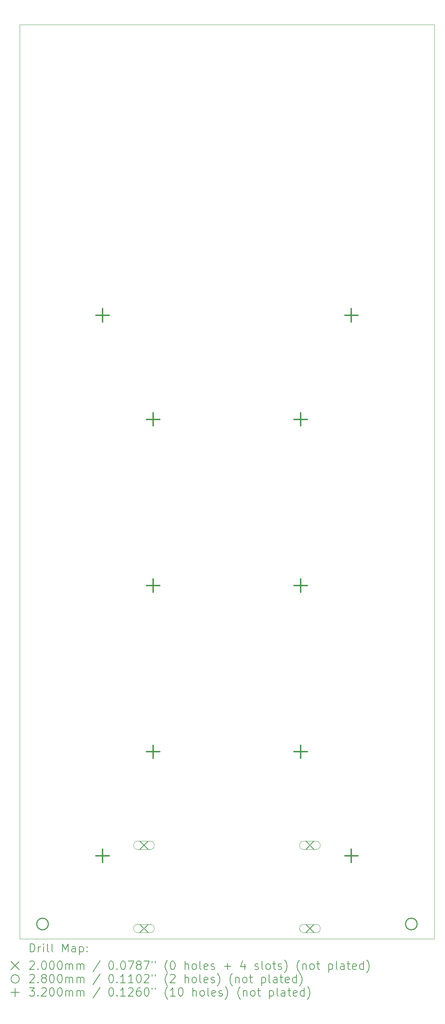
<source format=gbr>
%TF.GenerationSoftware,KiCad,Pcbnew,8.0.2*%
%TF.CreationDate,2024-12-14T16:27:33+01:00*%
%TF.ProjectId,pss_outstageboard,7073735f-6f75-4747-9374-616765626f61,1.0.0*%
%TF.SameCoordinates,Original*%
%TF.FileFunction,Drillmap*%
%TF.FilePolarity,Positive*%
%FSLAX45Y45*%
G04 Gerber Fmt 4.5, Leading zero omitted, Abs format (unit mm)*
G04 Created by KiCad (PCBNEW 8.0.2) date 2024-12-14 16:27:33*
%MOMM*%
%LPD*%
G01*
G04 APERTURE LIST*
%ADD10C,0.100000*%
%ADD11C,0.200000*%
%ADD12C,0.280000*%
%ADD13C,0.320000*%
G04 APERTURE END LIST*
D10*
X16000000Y-24000000D02*
X16000000Y-2000000D01*
X26000000Y-24000000D02*
X16000000Y-24000000D01*
X16000000Y-2000000D02*
X26000000Y-2000000D01*
X26000000Y-2000000D02*
X26000000Y-24000000D01*
D11*
X18900000Y-21650000D02*
X19100000Y-21850000D01*
X19100000Y-21650000D02*
X18900000Y-21850000D01*
D10*
X19150000Y-21650000D02*
X18850000Y-21650000D01*
X18850000Y-21850000D02*
G75*
G02*
X18850000Y-21650000I0J100000D01*
G01*
X18850000Y-21850000D02*
X19150000Y-21850000D01*
X19150000Y-21850000D02*
G75*
G03*
X19150000Y-21650000I0J100000D01*
G01*
D11*
X18900000Y-23650000D02*
X19100000Y-23850000D01*
X19100000Y-23650000D02*
X18900000Y-23850000D01*
D10*
X19150000Y-23650000D02*
X18850000Y-23650000D01*
X18850000Y-23850000D02*
G75*
G02*
X18850000Y-23650000I0J100000D01*
G01*
X18850000Y-23850000D02*
X19150000Y-23850000D01*
X19150000Y-23850000D02*
G75*
G03*
X19150000Y-23650000I0J100000D01*
G01*
D11*
X22900000Y-21650000D02*
X23100000Y-21850000D01*
X23100000Y-21650000D02*
X22900000Y-21850000D01*
D10*
X23150000Y-21650000D02*
X22850000Y-21650000D01*
X22850000Y-21850000D02*
G75*
G02*
X22850000Y-21650000I0J100000D01*
G01*
X22850000Y-21850000D02*
X23150000Y-21850000D01*
X23150000Y-21850000D02*
G75*
G03*
X23150000Y-21650000I0J100000D01*
G01*
D11*
X22900000Y-23650000D02*
X23100000Y-23850000D01*
X23100000Y-23650000D02*
X22900000Y-23850000D01*
D10*
X23150000Y-23650000D02*
X22850000Y-23650000D01*
X22850000Y-23850000D02*
G75*
G02*
X22850000Y-23650000I0J100000D01*
G01*
X22850000Y-23850000D02*
X23150000Y-23850000D01*
X23150000Y-23850000D02*
G75*
G03*
X23150000Y-23650000I0J100000D01*
G01*
D12*
X16695000Y-23643000D02*
G75*
G02*
X16415000Y-23643000I-140000J0D01*
G01*
X16415000Y-23643000D02*
G75*
G02*
X16695000Y-23643000I140000J0D01*
G01*
X25585000Y-23643000D02*
G75*
G02*
X25305000Y-23643000I-140000J0D01*
G01*
X25305000Y-23643000D02*
G75*
G02*
X25585000Y-23643000I140000J0D01*
G01*
D13*
X18000000Y-8840000D02*
X18000000Y-9160000D01*
X17840000Y-9000000D02*
X18160000Y-9000000D01*
X18000000Y-21840000D02*
X18000000Y-22160000D01*
X17840000Y-22000000D02*
X18160000Y-22000000D01*
X19220000Y-11340000D02*
X19220000Y-11660000D01*
X19060000Y-11500000D02*
X19380000Y-11500000D01*
X19220000Y-15340000D02*
X19220000Y-15660000D01*
X19060000Y-15500000D02*
X19380000Y-15500000D01*
X19220000Y-19340000D02*
X19220000Y-19660000D01*
X19060000Y-19500000D02*
X19380000Y-19500000D01*
X22780000Y-11340000D02*
X22780000Y-11660000D01*
X22620000Y-11500000D02*
X22940000Y-11500000D01*
X22780000Y-15340000D02*
X22780000Y-15660000D01*
X22620000Y-15500000D02*
X22940000Y-15500000D01*
X22780000Y-19340000D02*
X22780000Y-19660000D01*
X22620000Y-19500000D02*
X22940000Y-19500000D01*
X24000000Y-8840000D02*
X24000000Y-9160000D01*
X23840000Y-9000000D02*
X24160000Y-9000000D01*
X24000000Y-21840000D02*
X24000000Y-22160000D01*
X23840000Y-22000000D02*
X24160000Y-22000000D01*
D11*
X16255777Y-24316484D02*
X16255777Y-24116484D01*
X16255777Y-24116484D02*
X16303396Y-24116484D01*
X16303396Y-24116484D02*
X16331967Y-24126008D01*
X16331967Y-24126008D02*
X16351015Y-24145055D01*
X16351015Y-24145055D02*
X16360539Y-24164103D01*
X16360539Y-24164103D02*
X16370062Y-24202198D01*
X16370062Y-24202198D02*
X16370062Y-24230769D01*
X16370062Y-24230769D02*
X16360539Y-24268865D01*
X16360539Y-24268865D02*
X16351015Y-24287912D01*
X16351015Y-24287912D02*
X16331967Y-24306960D01*
X16331967Y-24306960D02*
X16303396Y-24316484D01*
X16303396Y-24316484D02*
X16255777Y-24316484D01*
X16455777Y-24316484D02*
X16455777Y-24183150D01*
X16455777Y-24221246D02*
X16465301Y-24202198D01*
X16465301Y-24202198D02*
X16474824Y-24192674D01*
X16474824Y-24192674D02*
X16493872Y-24183150D01*
X16493872Y-24183150D02*
X16512920Y-24183150D01*
X16579586Y-24316484D02*
X16579586Y-24183150D01*
X16579586Y-24116484D02*
X16570062Y-24126008D01*
X16570062Y-24126008D02*
X16579586Y-24135531D01*
X16579586Y-24135531D02*
X16589110Y-24126008D01*
X16589110Y-24126008D02*
X16579586Y-24116484D01*
X16579586Y-24116484D02*
X16579586Y-24135531D01*
X16703396Y-24316484D02*
X16684348Y-24306960D01*
X16684348Y-24306960D02*
X16674824Y-24287912D01*
X16674824Y-24287912D02*
X16674824Y-24116484D01*
X16808158Y-24316484D02*
X16789110Y-24306960D01*
X16789110Y-24306960D02*
X16779586Y-24287912D01*
X16779586Y-24287912D02*
X16779586Y-24116484D01*
X17036729Y-24316484D02*
X17036729Y-24116484D01*
X17036729Y-24116484D02*
X17103396Y-24259341D01*
X17103396Y-24259341D02*
X17170063Y-24116484D01*
X17170063Y-24116484D02*
X17170063Y-24316484D01*
X17351015Y-24316484D02*
X17351015Y-24211722D01*
X17351015Y-24211722D02*
X17341491Y-24192674D01*
X17341491Y-24192674D02*
X17322444Y-24183150D01*
X17322444Y-24183150D02*
X17284348Y-24183150D01*
X17284348Y-24183150D02*
X17265301Y-24192674D01*
X17351015Y-24306960D02*
X17331967Y-24316484D01*
X17331967Y-24316484D02*
X17284348Y-24316484D01*
X17284348Y-24316484D02*
X17265301Y-24306960D01*
X17265301Y-24306960D02*
X17255777Y-24287912D01*
X17255777Y-24287912D02*
X17255777Y-24268865D01*
X17255777Y-24268865D02*
X17265301Y-24249817D01*
X17265301Y-24249817D02*
X17284348Y-24240293D01*
X17284348Y-24240293D02*
X17331967Y-24240293D01*
X17331967Y-24240293D02*
X17351015Y-24230769D01*
X17446253Y-24183150D02*
X17446253Y-24383150D01*
X17446253Y-24192674D02*
X17465301Y-24183150D01*
X17465301Y-24183150D02*
X17503396Y-24183150D01*
X17503396Y-24183150D02*
X17522444Y-24192674D01*
X17522444Y-24192674D02*
X17531967Y-24202198D01*
X17531967Y-24202198D02*
X17541491Y-24221246D01*
X17541491Y-24221246D02*
X17541491Y-24278388D01*
X17541491Y-24278388D02*
X17531967Y-24297436D01*
X17531967Y-24297436D02*
X17522444Y-24306960D01*
X17522444Y-24306960D02*
X17503396Y-24316484D01*
X17503396Y-24316484D02*
X17465301Y-24316484D01*
X17465301Y-24316484D02*
X17446253Y-24306960D01*
X17627205Y-24297436D02*
X17636729Y-24306960D01*
X17636729Y-24306960D02*
X17627205Y-24316484D01*
X17627205Y-24316484D02*
X17617682Y-24306960D01*
X17617682Y-24306960D02*
X17627205Y-24297436D01*
X17627205Y-24297436D02*
X17627205Y-24316484D01*
X17627205Y-24192674D02*
X17636729Y-24202198D01*
X17636729Y-24202198D02*
X17627205Y-24211722D01*
X17627205Y-24211722D02*
X17617682Y-24202198D01*
X17617682Y-24202198D02*
X17627205Y-24192674D01*
X17627205Y-24192674D02*
X17627205Y-24211722D01*
X15795000Y-24545000D02*
X15995000Y-24745000D01*
X15995000Y-24545000D02*
X15795000Y-24745000D01*
X16246253Y-24555531D02*
X16255777Y-24546008D01*
X16255777Y-24546008D02*
X16274824Y-24536484D01*
X16274824Y-24536484D02*
X16322443Y-24536484D01*
X16322443Y-24536484D02*
X16341491Y-24546008D01*
X16341491Y-24546008D02*
X16351015Y-24555531D01*
X16351015Y-24555531D02*
X16360539Y-24574579D01*
X16360539Y-24574579D02*
X16360539Y-24593627D01*
X16360539Y-24593627D02*
X16351015Y-24622198D01*
X16351015Y-24622198D02*
X16236729Y-24736484D01*
X16236729Y-24736484D02*
X16360539Y-24736484D01*
X16446253Y-24717436D02*
X16455777Y-24726960D01*
X16455777Y-24726960D02*
X16446253Y-24736484D01*
X16446253Y-24736484D02*
X16436729Y-24726960D01*
X16436729Y-24726960D02*
X16446253Y-24717436D01*
X16446253Y-24717436D02*
X16446253Y-24736484D01*
X16579586Y-24536484D02*
X16598634Y-24536484D01*
X16598634Y-24536484D02*
X16617682Y-24546008D01*
X16617682Y-24546008D02*
X16627205Y-24555531D01*
X16627205Y-24555531D02*
X16636729Y-24574579D01*
X16636729Y-24574579D02*
X16646253Y-24612674D01*
X16646253Y-24612674D02*
X16646253Y-24660293D01*
X16646253Y-24660293D02*
X16636729Y-24698388D01*
X16636729Y-24698388D02*
X16627205Y-24717436D01*
X16627205Y-24717436D02*
X16617682Y-24726960D01*
X16617682Y-24726960D02*
X16598634Y-24736484D01*
X16598634Y-24736484D02*
X16579586Y-24736484D01*
X16579586Y-24736484D02*
X16560539Y-24726960D01*
X16560539Y-24726960D02*
X16551015Y-24717436D01*
X16551015Y-24717436D02*
X16541491Y-24698388D01*
X16541491Y-24698388D02*
X16531967Y-24660293D01*
X16531967Y-24660293D02*
X16531967Y-24612674D01*
X16531967Y-24612674D02*
X16541491Y-24574579D01*
X16541491Y-24574579D02*
X16551015Y-24555531D01*
X16551015Y-24555531D02*
X16560539Y-24546008D01*
X16560539Y-24546008D02*
X16579586Y-24536484D01*
X16770062Y-24536484D02*
X16789110Y-24536484D01*
X16789110Y-24536484D02*
X16808158Y-24546008D01*
X16808158Y-24546008D02*
X16817682Y-24555531D01*
X16817682Y-24555531D02*
X16827205Y-24574579D01*
X16827205Y-24574579D02*
X16836729Y-24612674D01*
X16836729Y-24612674D02*
X16836729Y-24660293D01*
X16836729Y-24660293D02*
X16827205Y-24698388D01*
X16827205Y-24698388D02*
X16817682Y-24717436D01*
X16817682Y-24717436D02*
X16808158Y-24726960D01*
X16808158Y-24726960D02*
X16789110Y-24736484D01*
X16789110Y-24736484D02*
X16770062Y-24736484D01*
X16770062Y-24736484D02*
X16751015Y-24726960D01*
X16751015Y-24726960D02*
X16741491Y-24717436D01*
X16741491Y-24717436D02*
X16731967Y-24698388D01*
X16731967Y-24698388D02*
X16722443Y-24660293D01*
X16722443Y-24660293D02*
X16722443Y-24612674D01*
X16722443Y-24612674D02*
X16731967Y-24574579D01*
X16731967Y-24574579D02*
X16741491Y-24555531D01*
X16741491Y-24555531D02*
X16751015Y-24546008D01*
X16751015Y-24546008D02*
X16770062Y-24536484D01*
X16960539Y-24536484D02*
X16979586Y-24536484D01*
X16979586Y-24536484D02*
X16998634Y-24546008D01*
X16998634Y-24546008D02*
X17008158Y-24555531D01*
X17008158Y-24555531D02*
X17017682Y-24574579D01*
X17017682Y-24574579D02*
X17027205Y-24612674D01*
X17027205Y-24612674D02*
X17027205Y-24660293D01*
X17027205Y-24660293D02*
X17017682Y-24698388D01*
X17017682Y-24698388D02*
X17008158Y-24717436D01*
X17008158Y-24717436D02*
X16998634Y-24726960D01*
X16998634Y-24726960D02*
X16979586Y-24736484D01*
X16979586Y-24736484D02*
X16960539Y-24736484D01*
X16960539Y-24736484D02*
X16941491Y-24726960D01*
X16941491Y-24726960D02*
X16931967Y-24717436D01*
X16931967Y-24717436D02*
X16922444Y-24698388D01*
X16922444Y-24698388D02*
X16912920Y-24660293D01*
X16912920Y-24660293D02*
X16912920Y-24612674D01*
X16912920Y-24612674D02*
X16922444Y-24574579D01*
X16922444Y-24574579D02*
X16931967Y-24555531D01*
X16931967Y-24555531D02*
X16941491Y-24546008D01*
X16941491Y-24546008D02*
X16960539Y-24536484D01*
X17112920Y-24736484D02*
X17112920Y-24603150D01*
X17112920Y-24622198D02*
X17122444Y-24612674D01*
X17122444Y-24612674D02*
X17141491Y-24603150D01*
X17141491Y-24603150D02*
X17170063Y-24603150D01*
X17170063Y-24603150D02*
X17189110Y-24612674D01*
X17189110Y-24612674D02*
X17198634Y-24631722D01*
X17198634Y-24631722D02*
X17198634Y-24736484D01*
X17198634Y-24631722D02*
X17208158Y-24612674D01*
X17208158Y-24612674D02*
X17227205Y-24603150D01*
X17227205Y-24603150D02*
X17255777Y-24603150D01*
X17255777Y-24603150D02*
X17274825Y-24612674D01*
X17274825Y-24612674D02*
X17284348Y-24631722D01*
X17284348Y-24631722D02*
X17284348Y-24736484D01*
X17379586Y-24736484D02*
X17379586Y-24603150D01*
X17379586Y-24622198D02*
X17389110Y-24612674D01*
X17389110Y-24612674D02*
X17408158Y-24603150D01*
X17408158Y-24603150D02*
X17436729Y-24603150D01*
X17436729Y-24603150D02*
X17455777Y-24612674D01*
X17455777Y-24612674D02*
X17465301Y-24631722D01*
X17465301Y-24631722D02*
X17465301Y-24736484D01*
X17465301Y-24631722D02*
X17474825Y-24612674D01*
X17474825Y-24612674D02*
X17493872Y-24603150D01*
X17493872Y-24603150D02*
X17522444Y-24603150D01*
X17522444Y-24603150D02*
X17541491Y-24612674D01*
X17541491Y-24612674D02*
X17551015Y-24631722D01*
X17551015Y-24631722D02*
X17551015Y-24736484D01*
X17941491Y-24526960D02*
X17770063Y-24784103D01*
X18198634Y-24536484D02*
X18217682Y-24536484D01*
X18217682Y-24536484D02*
X18236729Y-24546008D01*
X18236729Y-24546008D02*
X18246253Y-24555531D01*
X18246253Y-24555531D02*
X18255777Y-24574579D01*
X18255777Y-24574579D02*
X18265301Y-24612674D01*
X18265301Y-24612674D02*
X18265301Y-24660293D01*
X18265301Y-24660293D02*
X18255777Y-24698388D01*
X18255777Y-24698388D02*
X18246253Y-24717436D01*
X18246253Y-24717436D02*
X18236729Y-24726960D01*
X18236729Y-24726960D02*
X18217682Y-24736484D01*
X18217682Y-24736484D02*
X18198634Y-24736484D01*
X18198634Y-24736484D02*
X18179587Y-24726960D01*
X18179587Y-24726960D02*
X18170063Y-24717436D01*
X18170063Y-24717436D02*
X18160539Y-24698388D01*
X18160539Y-24698388D02*
X18151015Y-24660293D01*
X18151015Y-24660293D02*
X18151015Y-24612674D01*
X18151015Y-24612674D02*
X18160539Y-24574579D01*
X18160539Y-24574579D02*
X18170063Y-24555531D01*
X18170063Y-24555531D02*
X18179587Y-24546008D01*
X18179587Y-24546008D02*
X18198634Y-24536484D01*
X18351015Y-24717436D02*
X18360539Y-24726960D01*
X18360539Y-24726960D02*
X18351015Y-24736484D01*
X18351015Y-24736484D02*
X18341491Y-24726960D01*
X18341491Y-24726960D02*
X18351015Y-24717436D01*
X18351015Y-24717436D02*
X18351015Y-24736484D01*
X18484348Y-24536484D02*
X18503396Y-24536484D01*
X18503396Y-24536484D02*
X18522444Y-24546008D01*
X18522444Y-24546008D02*
X18531968Y-24555531D01*
X18531968Y-24555531D02*
X18541491Y-24574579D01*
X18541491Y-24574579D02*
X18551015Y-24612674D01*
X18551015Y-24612674D02*
X18551015Y-24660293D01*
X18551015Y-24660293D02*
X18541491Y-24698388D01*
X18541491Y-24698388D02*
X18531968Y-24717436D01*
X18531968Y-24717436D02*
X18522444Y-24726960D01*
X18522444Y-24726960D02*
X18503396Y-24736484D01*
X18503396Y-24736484D02*
X18484348Y-24736484D01*
X18484348Y-24736484D02*
X18465301Y-24726960D01*
X18465301Y-24726960D02*
X18455777Y-24717436D01*
X18455777Y-24717436D02*
X18446253Y-24698388D01*
X18446253Y-24698388D02*
X18436729Y-24660293D01*
X18436729Y-24660293D02*
X18436729Y-24612674D01*
X18436729Y-24612674D02*
X18446253Y-24574579D01*
X18446253Y-24574579D02*
X18455777Y-24555531D01*
X18455777Y-24555531D02*
X18465301Y-24546008D01*
X18465301Y-24546008D02*
X18484348Y-24536484D01*
X18617682Y-24536484D02*
X18751015Y-24536484D01*
X18751015Y-24536484D02*
X18665301Y-24736484D01*
X18855777Y-24622198D02*
X18836729Y-24612674D01*
X18836729Y-24612674D02*
X18827206Y-24603150D01*
X18827206Y-24603150D02*
X18817682Y-24584103D01*
X18817682Y-24584103D02*
X18817682Y-24574579D01*
X18817682Y-24574579D02*
X18827206Y-24555531D01*
X18827206Y-24555531D02*
X18836729Y-24546008D01*
X18836729Y-24546008D02*
X18855777Y-24536484D01*
X18855777Y-24536484D02*
X18893872Y-24536484D01*
X18893872Y-24536484D02*
X18912920Y-24546008D01*
X18912920Y-24546008D02*
X18922444Y-24555531D01*
X18922444Y-24555531D02*
X18931968Y-24574579D01*
X18931968Y-24574579D02*
X18931968Y-24584103D01*
X18931968Y-24584103D02*
X18922444Y-24603150D01*
X18922444Y-24603150D02*
X18912920Y-24612674D01*
X18912920Y-24612674D02*
X18893872Y-24622198D01*
X18893872Y-24622198D02*
X18855777Y-24622198D01*
X18855777Y-24622198D02*
X18836729Y-24631722D01*
X18836729Y-24631722D02*
X18827206Y-24641246D01*
X18827206Y-24641246D02*
X18817682Y-24660293D01*
X18817682Y-24660293D02*
X18817682Y-24698388D01*
X18817682Y-24698388D02*
X18827206Y-24717436D01*
X18827206Y-24717436D02*
X18836729Y-24726960D01*
X18836729Y-24726960D02*
X18855777Y-24736484D01*
X18855777Y-24736484D02*
X18893872Y-24736484D01*
X18893872Y-24736484D02*
X18912920Y-24726960D01*
X18912920Y-24726960D02*
X18922444Y-24717436D01*
X18922444Y-24717436D02*
X18931968Y-24698388D01*
X18931968Y-24698388D02*
X18931968Y-24660293D01*
X18931968Y-24660293D02*
X18922444Y-24641246D01*
X18922444Y-24641246D02*
X18912920Y-24631722D01*
X18912920Y-24631722D02*
X18893872Y-24622198D01*
X18998634Y-24536484D02*
X19131968Y-24536484D01*
X19131968Y-24536484D02*
X19046253Y-24736484D01*
X19198634Y-24536484D02*
X19198634Y-24574579D01*
X19274825Y-24536484D02*
X19274825Y-24574579D01*
X19570063Y-24812674D02*
X19560539Y-24803150D01*
X19560539Y-24803150D02*
X19541491Y-24774579D01*
X19541491Y-24774579D02*
X19531968Y-24755531D01*
X19531968Y-24755531D02*
X19522444Y-24726960D01*
X19522444Y-24726960D02*
X19512920Y-24679341D01*
X19512920Y-24679341D02*
X19512920Y-24641246D01*
X19512920Y-24641246D02*
X19522444Y-24593627D01*
X19522444Y-24593627D02*
X19531968Y-24565055D01*
X19531968Y-24565055D02*
X19541491Y-24546008D01*
X19541491Y-24546008D02*
X19560539Y-24517436D01*
X19560539Y-24517436D02*
X19570063Y-24507912D01*
X19684349Y-24536484D02*
X19703396Y-24536484D01*
X19703396Y-24536484D02*
X19722444Y-24546008D01*
X19722444Y-24546008D02*
X19731968Y-24555531D01*
X19731968Y-24555531D02*
X19741491Y-24574579D01*
X19741491Y-24574579D02*
X19751015Y-24612674D01*
X19751015Y-24612674D02*
X19751015Y-24660293D01*
X19751015Y-24660293D02*
X19741491Y-24698388D01*
X19741491Y-24698388D02*
X19731968Y-24717436D01*
X19731968Y-24717436D02*
X19722444Y-24726960D01*
X19722444Y-24726960D02*
X19703396Y-24736484D01*
X19703396Y-24736484D02*
X19684349Y-24736484D01*
X19684349Y-24736484D02*
X19665301Y-24726960D01*
X19665301Y-24726960D02*
X19655777Y-24717436D01*
X19655777Y-24717436D02*
X19646253Y-24698388D01*
X19646253Y-24698388D02*
X19636730Y-24660293D01*
X19636730Y-24660293D02*
X19636730Y-24612674D01*
X19636730Y-24612674D02*
X19646253Y-24574579D01*
X19646253Y-24574579D02*
X19655777Y-24555531D01*
X19655777Y-24555531D02*
X19665301Y-24546008D01*
X19665301Y-24546008D02*
X19684349Y-24536484D01*
X19989111Y-24736484D02*
X19989111Y-24536484D01*
X20074825Y-24736484D02*
X20074825Y-24631722D01*
X20074825Y-24631722D02*
X20065301Y-24612674D01*
X20065301Y-24612674D02*
X20046253Y-24603150D01*
X20046253Y-24603150D02*
X20017682Y-24603150D01*
X20017682Y-24603150D02*
X19998634Y-24612674D01*
X19998634Y-24612674D02*
X19989111Y-24622198D01*
X20198634Y-24736484D02*
X20179587Y-24726960D01*
X20179587Y-24726960D02*
X20170063Y-24717436D01*
X20170063Y-24717436D02*
X20160539Y-24698388D01*
X20160539Y-24698388D02*
X20160539Y-24641246D01*
X20160539Y-24641246D02*
X20170063Y-24622198D01*
X20170063Y-24622198D02*
X20179587Y-24612674D01*
X20179587Y-24612674D02*
X20198634Y-24603150D01*
X20198634Y-24603150D02*
X20227206Y-24603150D01*
X20227206Y-24603150D02*
X20246253Y-24612674D01*
X20246253Y-24612674D02*
X20255777Y-24622198D01*
X20255777Y-24622198D02*
X20265301Y-24641246D01*
X20265301Y-24641246D02*
X20265301Y-24698388D01*
X20265301Y-24698388D02*
X20255777Y-24717436D01*
X20255777Y-24717436D02*
X20246253Y-24726960D01*
X20246253Y-24726960D02*
X20227206Y-24736484D01*
X20227206Y-24736484D02*
X20198634Y-24736484D01*
X20379587Y-24736484D02*
X20360539Y-24726960D01*
X20360539Y-24726960D02*
X20351015Y-24707912D01*
X20351015Y-24707912D02*
X20351015Y-24536484D01*
X20531968Y-24726960D02*
X20512920Y-24736484D01*
X20512920Y-24736484D02*
X20474825Y-24736484D01*
X20474825Y-24736484D02*
X20455777Y-24726960D01*
X20455777Y-24726960D02*
X20446253Y-24707912D01*
X20446253Y-24707912D02*
X20446253Y-24631722D01*
X20446253Y-24631722D02*
X20455777Y-24612674D01*
X20455777Y-24612674D02*
X20474825Y-24603150D01*
X20474825Y-24603150D02*
X20512920Y-24603150D01*
X20512920Y-24603150D02*
X20531968Y-24612674D01*
X20531968Y-24612674D02*
X20541492Y-24631722D01*
X20541492Y-24631722D02*
X20541492Y-24650769D01*
X20541492Y-24650769D02*
X20446253Y-24669817D01*
X20617682Y-24726960D02*
X20636730Y-24736484D01*
X20636730Y-24736484D02*
X20674825Y-24736484D01*
X20674825Y-24736484D02*
X20693873Y-24726960D01*
X20693873Y-24726960D02*
X20703396Y-24707912D01*
X20703396Y-24707912D02*
X20703396Y-24698388D01*
X20703396Y-24698388D02*
X20693873Y-24679341D01*
X20693873Y-24679341D02*
X20674825Y-24669817D01*
X20674825Y-24669817D02*
X20646253Y-24669817D01*
X20646253Y-24669817D02*
X20627206Y-24660293D01*
X20627206Y-24660293D02*
X20617682Y-24641246D01*
X20617682Y-24641246D02*
X20617682Y-24631722D01*
X20617682Y-24631722D02*
X20627206Y-24612674D01*
X20627206Y-24612674D02*
X20646253Y-24603150D01*
X20646253Y-24603150D02*
X20674825Y-24603150D01*
X20674825Y-24603150D02*
X20693873Y-24612674D01*
X20941492Y-24660293D02*
X21093873Y-24660293D01*
X21017682Y-24736484D02*
X21017682Y-24584103D01*
X21427206Y-24603150D02*
X21427206Y-24736484D01*
X21379587Y-24526960D02*
X21331968Y-24669817D01*
X21331968Y-24669817D02*
X21455777Y-24669817D01*
X21674825Y-24726960D02*
X21693873Y-24736484D01*
X21693873Y-24736484D02*
X21731968Y-24736484D01*
X21731968Y-24736484D02*
X21751016Y-24726960D01*
X21751016Y-24726960D02*
X21760539Y-24707912D01*
X21760539Y-24707912D02*
X21760539Y-24698388D01*
X21760539Y-24698388D02*
X21751016Y-24679341D01*
X21751016Y-24679341D02*
X21731968Y-24669817D01*
X21731968Y-24669817D02*
X21703396Y-24669817D01*
X21703396Y-24669817D02*
X21684349Y-24660293D01*
X21684349Y-24660293D02*
X21674825Y-24641246D01*
X21674825Y-24641246D02*
X21674825Y-24631722D01*
X21674825Y-24631722D02*
X21684349Y-24612674D01*
X21684349Y-24612674D02*
X21703396Y-24603150D01*
X21703396Y-24603150D02*
X21731968Y-24603150D01*
X21731968Y-24603150D02*
X21751016Y-24612674D01*
X21874825Y-24736484D02*
X21855777Y-24726960D01*
X21855777Y-24726960D02*
X21846254Y-24707912D01*
X21846254Y-24707912D02*
X21846254Y-24536484D01*
X21979587Y-24736484D02*
X21960539Y-24726960D01*
X21960539Y-24726960D02*
X21951016Y-24717436D01*
X21951016Y-24717436D02*
X21941492Y-24698388D01*
X21941492Y-24698388D02*
X21941492Y-24641246D01*
X21941492Y-24641246D02*
X21951016Y-24622198D01*
X21951016Y-24622198D02*
X21960539Y-24612674D01*
X21960539Y-24612674D02*
X21979587Y-24603150D01*
X21979587Y-24603150D02*
X22008158Y-24603150D01*
X22008158Y-24603150D02*
X22027206Y-24612674D01*
X22027206Y-24612674D02*
X22036730Y-24622198D01*
X22036730Y-24622198D02*
X22046254Y-24641246D01*
X22046254Y-24641246D02*
X22046254Y-24698388D01*
X22046254Y-24698388D02*
X22036730Y-24717436D01*
X22036730Y-24717436D02*
X22027206Y-24726960D01*
X22027206Y-24726960D02*
X22008158Y-24736484D01*
X22008158Y-24736484D02*
X21979587Y-24736484D01*
X22103397Y-24603150D02*
X22179587Y-24603150D01*
X22131968Y-24536484D02*
X22131968Y-24707912D01*
X22131968Y-24707912D02*
X22141492Y-24726960D01*
X22141492Y-24726960D02*
X22160539Y-24736484D01*
X22160539Y-24736484D02*
X22179587Y-24736484D01*
X22236730Y-24726960D02*
X22255777Y-24736484D01*
X22255777Y-24736484D02*
X22293873Y-24736484D01*
X22293873Y-24736484D02*
X22312920Y-24726960D01*
X22312920Y-24726960D02*
X22322444Y-24707912D01*
X22322444Y-24707912D02*
X22322444Y-24698388D01*
X22322444Y-24698388D02*
X22312920Y-24679341D01*
X22312920Y-24679341D02*
X22293873Y-24669817D01*
X22293873Y-24669817D02*
X22265301Y-24669817D01*
X22265301Y-24669817D02*
X22246254Y-24660293D01*
X22246254Y-24660293D02*
X22236730Y-24641246D01*
X22236730Y-24641246D02*
X22236730Y-24631722D01*
X22236730Y-24631722D02*
X22246254Y-24612674D01*
X22246254Y-24612674D02*
X22265301Y-24603150D01*
X22265301Y-24603150D02*
X22293873Y-24603150D01*
X22293873Y-24603150D02*
X22312920Y-24612674D01*
X22389111Y-24812674D02*
X22398635Y-24803150D01*
X22398635Y-24803150D02*
X22417682Y-24774579D01*
X22417682Y-24774579D02*
X22427206Y-24755531D01*
X22427206Y-24755531D02*
X22436730Y-24726960D01*
X22436730Y-24726960D02*
X22446254Y-24679341D01*
X22446254Y-24679341D02*
X22446254Y-24641246D01*
X22446254Y-24641246D02*
X22436730Y-24593627D01*
X22436730Y-24593627D02*
X22427206Y-24565055D01*
X22427206Y-24565055D02*
X22417682Y-24546008D01*
X22417682Y-24546008D02*
X22398635Y-24517436D01*
X22398635Y-24517436D02*
X22389111Y-24507912D01*
X22751016Y-24812674D02*
X22741492Y-24803150D01*
X22741492Y-24803150D02*
X22722444Y-24774579D01*
X22722444Y-24774579D02*
X22712920Y-24755531D01*
X22712920Y-24755531D02*
X22703396Y-24726960D01*
X22703396Y-24726960D02*
X22693873Y-24679341D01*
X22693873Y-24679341D02*
X22693873Y-24641246D01*
X22693873Y-24641246D02*
X22703396Y-24593627D01*
X22703396Y-24593627D02*
X22712920Y-24565055D01*
X22712920Y-24565055D02*
X22722444Y-24546008D01*
X22722444Y-24546008D02*
X22741492Y-24517436D01*
X22741492Y-24517436D02*
X22751016Y-24507912D01*
X22827206Y-24603150D02*
X22827206Y-24736484D01*
X22827206Y-24622198D02*
X22836730Y-24612674D01*
X22836730Y-24612674D02*
X22855777Y-24603150D01*
X22855777Y-24603150D02*
X22884349Y-24603150D01*
X22884349Y-24603150D02*
X22903396Y-24612674D01*
X22903396Y-24612674D02*
X22912920Y-24631722D01*
X22912920Y-24631722D02*
X22912920Y-24736484D01*
X23036730Y-24736484D02*
X23017682Y-24726960D01*
X23017682Y-24726960D02*
X23008158Y-24717436D01*
X23008158Y-24717436D02*
X22998635Y-24698388D01*
X22998635Y-24698388D02*
X22998635Y-24641246D01*
X22998635Y-24641246D02*
X23008158Y-24622198D01*
X23008158Y-24622198D02*
X23017682Y-24612674D01*
X23017682Y-24612674D02*
X23036730Y-24603150D01*
X23036730Y-24603150D02*
X23065301Y-24603150D01*
X23065301Y-24603150D02*
X23084349Y-24612674D01*
X23084349Y-24612674D02*
X23093873Y-24622198D01*
X23093873Y-24622198D02*
X23103396Y-24641246D01*
X23103396Y-24641246D02*
X23103396Y-24698388D01*
X23103396Y-24698388D02*
X23093873Y-24717436D01*
X23093873Y-24717436D02*
X23084349Y-24726960D01*
X23084349Y-24726960D02*
X23065301Y-24736484D01*
X23065301Y-24736484D02*
X23036730Y-24736484D01*
X23160539Y-24603150D02*
X23236730Y-24603150D01*
X23189111Y-24536484D02*
X23189111Y-24707912D01*
X23189111Y-24707912D02*
X23198635Y-24726960D01*
X23198635Y-24726960D02*
X23217682Y-24736484D01*
X23217682Y-24736484D02*
X23236730Y-24736484D01*
X23455777Y-24603150D02*
X23455777Y-24803150D01*
X23455777Y-24612674D02*
X23474825Y-24603150D01*
X23474825Y-24603150D02*
X23512920Y-24603150D01*
X23512920Y-24603150D02*
X23531968Y-24612674D01*
X23531968Y-24612674D02*
X23541492Y-24622198D01*
X23541492Y-24622198D02*
X23551016Y-24641246D01*
X23551016Y-24641246D02*
X23551016Y-24698388D01*
X23551016Y-24698388D02*
X23541492Y-24717436D01*
X23541492Y-24717436D02*
X23531968Y-24726960D01*
X23531968Y-24726960D02*
X23512920Y-24736484D01*
X23512920Y-24736484D02*
X23474825Y-24736484D01*
X23474825Y-24736484D02*
X23455777Y-24726960D01*
X23665301Y-24736484D02*
X23646254Y-24726960D01*
X23646254Y-24726960D02*
X23636730Y-24707912D01*
X23636730Y-24707912D02*
X23636730Y-24536484D01*
X23827206Y-24736484D02*
X23827206Y-24631722D01*
X23827206Y-24631722D02*
X23817682Y-24612674D01*
X23817682Y-24612674D02*
X23798635Y-24603150D01*
X23798635Y-24603150D02*
X23760539Y-24603150D01*
X23760539Y-24603150D02*
X23741492Y-24612674D01*
X23827206Y-24726960D02*
X23808158Y-24736484D01*
X23808158Y-24736484D02*
X23760539Y-24736484D01*
X23760539Y-24736484D02*
X23741492Y-24726960D01*
X23741492Y-24726960D02*
X23731968Y-24707912D01*
X23731968Y-24707912D02*
X23731968Y-24688865D01*
X23731968Y-24688865D02*
X23741492Y-24669817D01*
X23741492Y-24669817D02*
X23760539Y-24660293D01*
X23760539Y-24660293D02*
X23808158Y-24660293D01*
X23808158Y-24660293D02*
X23827206Y-24650769D01*
X23893873Y-24603150D02*
X23970063Y-24603150D01*
X23922444Y-24536484D02*
X23922444Y-24707912D01*
X23922444Y-24707912D02*
X23931968Y-24726960D01*
X23931968Y-24726960D02*
X23951016Y-24736484D01*
X23951016Y-24736484D02*
X23970063Y-24736484D01*
X24112920Y-24726960D02*
X24093873Y-24736484D01*
X24093873Y-24736484D02*
X24055777Y-24736484D01*
X24055777Y-24736484D02*
X24036730Y-24726960D01*
X24036730Y-24726960D02*
X24027206Y-24707912D01*
X24027206Y-24707912D02*
X24027206Y-24631722D01*
X24027206Y-24631722D02*
X24036730Y-24612674D01*
X24036730Y-24612674D02*
X24055777Y-24603150D01*
X24055777Y-24603150D02*
X24093873Y-24603150D01*
X24093873Y-24603150D02*
X24112920Y-24612674D01*
X24112920Y-24612674D02*
X24122444Y-24631722D01*
X24122444Y-24631722D02*
X24122444Y-24650769D01*
X24122444Y-24650769D02*
X24027206Y-24669817D01*
X24293873Y-24736484D02*
X24293873Y-24536484D01*
X24293873Y-24726960D02*
X24274825Y-24736484D01*
X24274825Y-24736484D02*
X24236730Y-24736484D01*
X24236730Y-24736484D02*
X24217682Y-24726960D01*
X24217682Y-24726960D02*
X24208158Y-24717436D01*
X24208158Y-24717436D02*
X24198635Y-24698388D01*
X24198635Y-24698388D02*
X24198635Y-24641246D01*
X24198635Y-24641246D02*
X24208158Y-24622198D01*
X24208158Y-24622198D02*
X24217682Y-24612674D01*
X24217682Y-24612674D02*
X24236730Y-24603150D01*
X24236730Y-24603150D02*
X24274825Y-24603150D01*
X24274825Y-24603150D02*
X24293873Y-24612674D01*
X24370063Y-24812674D02*
X24379587Y-24803150D01*
X24379587Y-24803150D02*
X24398635Y-24774579D01*
X24398635Y-24774579D02*
X24408158Y-24755531D01*
X24408158Y-24755531D02*
X24417682Y-24726960D01*
X24417682Y-24726960D02*
X24427206Y-24679341D01*
X24427206Y-24679341D02*
X24427206Y-24641246D01*
X24427206Y-24641246D02*
X24417682Y-24593627D01*
X24417682Y-24593627D02*
X24408158Y-24565055D01*
X24408158Y-24565055D02*
X24398635Y-24546008D01*
X24398635Y-24546008D02*
X24379587Y-24517436D01*
X24379587Y-24517436D02*
X24370063Y-24507912D01*
X15995000Y-24965000D02*
G75*
G02*
X15795000Y-24965000I-100000J0D01*
G01*
X15795000Y-24965000D02*
G75*
G02*
X15995000Y-24965000I100000J0D01*
G01*
X16246253Y-24875531D02*
X16255777Y-24866008D01*
X16255777Y-24866008D02*
X16274824Y-24856484D01*
X16274824Y-24856484D02*
X16322443Y-24856484D01*
X16322443Y-24856484D02*
X16341491Y-24866008D01*
X16341491Y-24866008D02*
X16351015Y-24875531D01*
X16351015Y-24875531D02*
X16360539Y-24894579D01*
X16360539Y-24894579D02*
X16360539Y-24913627D01*
X16360539Y-24913627D02*
X16351015Y-24942198D01*
X16351015Y-24942198D02*
X16236729Y-25056484D01*
X16236729Y-25056484D02*
X16360539Y-25056484D01*
X16446253Y-25037436D02*
X16455777Y-25046960D01*
X16455777Y-25046960D02*
X16446253Y-25056484D01*
X16446253Y-25056484D02*
X16436729Y-25046960D01*
X16436729Y-25046960D02*
X16446253Y-25037436D01*
X16446253Y-25037436D02*
X16446253Y-25056484D01*
X16570062Y-24942198D02*
X16551015Y-24932674D01*
X16551015Y-24932674D02*
X16541491Y-24923150D01*
X16541491Y-24923150D02*
X16531967Y-24904103D01*
X16531967Y-24904103D02*
X16531967Y-24894579D01*
X16531967Y-24894579D02*
X16541491Y-24875531D01*
X16541491Y-24875531D02*
X16551015Y-24866008D01*
X16551015Y-24866008D02*
X16570062Y-24856484D01*
X16570062Y-24856484D02*
X16608158Y-24856484D01*
X16608158Y-24856484D02*
X16627205Y-24866008D01*
X16627205Y-24866008D02*
X16636729Y-24875531D01*
X16636729Y-24875531D02*
X16646253Y-24894579D01*
X16646253Y-24894579D02*
X16646253Y-24904103D01*
X16646253Y-24904103D02*
X16636729Y-24923150D01*
X16636729Y-24923150D02*
X16627205Y-24932674D01*
X16627205Y-24932674D02*
X16608158Y-24942198D01*
X16608158Y-24942198D02*
X16570062Y-24942198D01*
X16570062Y-24942198D02*
X16551015Y-24951722D01*
X16551015Y-24951722D02*
X16541491Y-24961246D01*
X16541491Y-24961246D02*
X16531967Y-24980293D01*
X16531967Y-24980293D02*
X16531967Y-25018388D01*
X16531967Y-25018388D02*
X16541491Y-25037436D01*
X16541491Y-25037436D02*
X16551015Y-25046960D01*
X16551015Y-25046960D02*
X16570062Y-25056484D01*
X16570062Y-25056484D02*
X16608158Y-25056484D01*
X16608158Y-25056484D02*
X16627205Y-25046960D01*
X16627205Y-25046960D02*
X16636729Y-25037436D01*
X16636729Y-25037436D02*
X16646253Y-25018388D01*
X16646253Y-25018388D02*
X16646253Y-24980293D01*
X16646253Y-24980293D02*
X16636729Y-24961246D01*
X16636729Y-24961246D02*
X16627205Y-24951722D01*
X16627205Y-24951722D02*
X16608158Y-24942198D01*
X16770062Y-24856484D02*
X16789110Y-24856484D01*
X16789110Y-24856484D02*
X16808158Y-24866008D01*
X16808158Y-24866008D02*
X16817682Y-24875531D01*
X16817682Y-24875531D02*
X16827205Y-24894579D01*
X16827205Y-24894579D02*
X16836729Y-24932674D01*
X16836729Y-24932674D02*
X16836729Y-24980293D01*
X16836729Y-24980293D02*
X16827205Y-25018388D01*
X16827205Y-25018388D02*
X16817682Y-25037436D01*
X16817682Y-25037436D02*
X16808158Y-25046960D01*
X16808158Y-25046960D02*
X16789110Y-25056484D01*
X16789110Y-25056484D02*
X16770062Y-25056484D01*
X16770062Y-25056484D02*
X16751015Y-25046960D01*
X16751015Y-25046960D02*
X16741491Y-25037436D01*
X16741491Y-25037436D02*
X16731967Y-25018388D01*
X16731967Y-25018388D02*
X16722443Y-24980293D01*
X16722443Y-24980293D02*
X16722443Y-24932674D01*
X16722443Y-24932674D02*
X16731967Y-24894579D01*
X16731967Y-24894579D02*
X16741491Y-24875531D01*
X16741491Y-24875531D02*
X16751015Y-24866008D01*
X16751015Y-24866008D02*
X16770062Y-24856484D01*
X16960539Y-24856484D02*
X16979586Y-24856484D01*
X16979586Y-24856484D02*
X16998634Y-24866008D01*
X16998634Y-24866008D02*
X17008158Y-24875531D01*
X17008158Y-24875531D02*
X17017682Y-24894579D01*
X17017682Y-24894579D02*
X17027205Y-24932674D01*
X17027205Y-24932674D02*
X17027205Y-24980293D01*
X17027205Y-24980293D02*
X17017682Y-25018388D01*
X17017682Y-25018388D02*
X17008158Y-25037436D01*
X17008158Y-25037436D02*
X16998634Y-25046960D01*
X16998634Y-25046960D02*
X16979586Y-25056484D01*
X16979586Y-25056484D02*
X16960539Y-25056484D01*
X16960539Y-25056484D02*
X16941491Y-25046960D01*
X16941491Y-25046960D02*
X16931967Y-25037436D01*
X16931967Y-25037436D02*
X16922444Y-25018388D01*
X16922444Y-25018388D02*
X16912920Y-24980293D01*
X16912920Y-24980293D02*
X16912920Y-24932674D01*
X16912920Y-24932674D02*
X16922444Y-24894579D01*
X16922444Y-24894579D02*
X16931967Y-24875531D01*
X16931967Y-24875531D02*
X16941491Y-24866008D01*
X16941491Y-24866008D02*
X16960539Y-24856484D01*
X17112920Y-25056484D02*
X17112920Y-24923150D01*
X17112920Y-24942198D02*
X17122444Y-24932674D01*
X17122444Y-24932674D02*
X17141491Y-24923150D01*
X17141491Y-24923150D02*
X17170063Y-24923150D01*
X17170063Y-24923150D02*
X17189110Y-24932674D01*
X17189110Y-24932674D02*
X17198634Y-24951722D01*
X17198634Y-24951722D02*
X17198634Y-25056484D01*
X17198634Y-24951722D02*
X17208158Y-24932674D01*
X17208158Y-24932674D02*
X17227205Y-24923150D01*
X17227205Y-24923150D02*
X17255777Y-24923150D01*
X17255777Y-24923150D02*
X17274825Y-24932674D01*
X17274825Y-24932674D02*
X17284348Y-24951722D01*
X17284348Y-24951722D02*
X17284348Y-25056484D01*
X17379586Y-25056484D02*
X17379586Y-24923150D01*
X17379586Y-24942198D02*
X17389110Y-24932674D01*
X17389110Y-24932674D02*
X17408158Y-24923150D01*
X17408158Y-24923150D02*
X17436729Y-24923150D01*
X17436729Y-24923150D02*
X17455777Y-24932674D01*
X17455777Y-24932674D02*
X17465301Y-24951722D01*
X17465301Y-24951722D02*
X17465301Y-25056484D01*
X17465301Y-24951722D02*
X17474825Y-24932674D01*
X17474825Y-24932674D02*
X17493872Y-24923150D01*
X17493872Y-24923150D02*
X17522444Y-24923150D01*
X17522444Y-24923150D02*
X17541491Y-24932674D01*
X17541491Y-24932674D02*
X17551015Y-24951722D01*
X17551015Y-24951722D02*
X17551015Y-25056484D01*
X17941491Y-24846960D02*
X17770063Y-25104103D01*
X18198634Y-24856484D02*
X18217682Y-24856484D01*
X18217682Y-24856484D02*
X18236729Y-24866008D01*
X18236729Y-24866008D02*
X18246253Y-24875531D01*
X18246253Y-24875531D02*
X18255777Y-24894579D01*
X18255777Y-24894579D02*
X18265301Y-24932674D01*
X18265301Y-24932674D02*
X18265301Y-24980293D01*
X18265301Y-24980293D02*
X18255777Y-25018388D01*
X18255777Y-25018388D02*
X18246253Y-25037436D01*
X18246253Y-25037436D02*
X18236729Y-25046960D01*
X18236729Y-25046960D02*
X18217682Y-25056484D01*
X18217682Y-25056484D02*
X18198634Y-25056484D01*
X18198634Y-25056484D02*
X18179587Y-25046960D01*
X18179587Y-25046960D02*
X18170063Y-25037436D01*
X18170063Y-25037436D02*
X18160539Y-25018388D01*
X18160539Y-25018388D02*
X18151015Y-24980293D01*
X18151015Y-24980293D02*
X18151015Y-24932674D01*
X18151015Y-24932674D02*
X18160539Y-24894579D01*
X18160539Y-24894579D02*
X18170063Y-24875531D01*
X18170063Y-24875531D02*
X18179587Y-24866008D01*
X18179587Y-24866008D02*
X18198634Y-24856484D01*
X18351015Y-25037436D02*
X18360539Y-25046960D01*
X18360539Y-25046960D02*
X18351015Y-25056484D01*
X18351015Y-25056484D02*
X18341491Y-25046960D01*
X18341491Y-25046960D02*
X18351015Y-25037436D01*
X18351015Y-25037436D02*
X18351015Y-25056484D01*
X18551015Y-25056484D02*
X18436729Y-25056484D01*
X18493872Y-25056484D02*
X18493872Y-24856484D01*
X18493872Y-24856484D02*
X18474825Y-24885055D01*
X18474825Y-24885055D02*
X18455777Y-24904103D01*
X18455777Y-24904103D02*
X18436729Y-24913627D01*
X18741491Y-25056484D02*
X18627206Y-25056484D01*
X18684348Y-25056484D02*
X18684348Y-24856484D01*
X18684348Y-24856484D02*
X18665301Y-24885055D01*
X18665301Y-24885055D02*
X18646253Y-24904103D01*
X18646253Y-24904103D02*
X18627206Y-24913627D01*
X18865301Y-24856484D02*
X18884349Y-24856484D01*
X18884349Y-24856484D02*
X18903396Y-24866008D01*
X18903396Y-24866008D02*
X18912920Y-24875531D01*
X18912920Y-24875531D02*
X18922444Y-24894579D01*
X18922444Y-24894579D02*
X18931968Y-24932674D01*
X18931968Y-24932674D02*
X18931968Y-24980293D01*
X18931968Y-24980293D02*
X18922444Y-25018388D01*
X18922444Y-25018388D02*
X18912920Y-25037436D01*
X18912920Y-25037436D02*
X18903396Y-25046960D01*
X18903396Y-25046960D02*
X18884349Y-25056484D01*
X18884349Y-25056484D02*
X18865301Y-25056484D01*
X18865301Y-25056484D02*
X18846253Y-25046960D01*
X18846253Y-25046960D02*
X18836729Y-25037436D01*
X18836729Y-25037436D02*
X18827206Y-25018388D01*
X18827206Y-25018388D02*
X18817682Y-24980293D01*
X18817682Y-24980293D02*
X18817682Y-24932674D01*
X18817682Y-24932674D02*
X18827206Y-24894579D01*
X18827206Y-24894579D02*
X18836729Y-24875531D01*
X18836729Y-24875531D02*
X18846253Y-24866008D01*
X18846253Y-24866008D02*
X18865301Y-24856484D01*
X19008158Y-24875531D02*
X19017682Y-24866008D01*
X19017682Y-24866008D02*
X19036729Y-24856484D01*
X19036729Y-24856484D02*
X19084349Y-24856484D01*
X19084349Y-24856484D02*
X19103396Y-24866008D01*
X19103396Y-24866008D02*
X19112920Y-24875531D01*
X19112920Y-24875531D02*
X19122444Y-24894579D01*
X19122444Y-24894579D02*
X19122444Y-24913627D01*
X19122444Y-24913627D02*
X19112920Y-24942198D01*
X19112920Y-24942198D02*
X18998634Y-25056484D01*
X18998634Y-25056484D02*
X19122444Y-25056484D01*
X19198634Y-24856484D02*
X19198634Y-24894579D01*
X19274825Y-24856484D02*
X19274825Y-24894579D01*
X19570063Y-25132674D02*
X19560539Y-25123150D01*
X19560539Y-25123150D02*
X19541491Y-25094579D01*
X19541491Y-25094579D02*
X19531968Y-25075531D01*
X19531968Y-25075531D02*
X19522444Y-25046960D01*
X19522444Y-25046960D02*
X19512920Y-24999341D01*
X19512920Y-24999341D02*
X19512920Y-24961246D01*
X19512920Y-24961246D02*
X19522444Y-24913627D01*
X19522444Y-24913627D02*
X19531968Y-24885055D01*
X19531968Y-24885055D02*
X19541491Y-24866008D01*
X19541491Y-24866008D02*
X19560539Y-24837436D01*
X19560539Y-24837436D02*
X19570063Y-24827912D01*
X19636730Y-24875531D02*
X19646253Y-24866008D01*
X19646253Y-24866008D02*
X19665301Y-24856484D01*
X19665301Y-24856484D02*
X19712920Y-24856484D01*
X19712920Y-24856484D02*
X19731968Y-24866008D01*
X19731968Y-24866008D02*
X19741491Y-24875531D01*
X19741491Y-24875531D02*
X19751015Y-24894579D01*
X19751015Y-24894579D02*
X19751015Y-24913627D01*
X19751015Y-24913627D02*
X19741491Y-24942198D01*
X19741491Y-24942198D02*
X19627206Y-25056484D01*
X19627206Y-25056484D02*
X19751015Y-25056484D01*
X19989111Y-25056484D02*
X19989111Y-24856484D01*
X20074825Y-25056484D02*
X20074825Y-24951722D01*
X20074825Y-24951722D02*
X20065301Y-24932674D01*
X20065301Y-24932674D02*
X20046253Y-24923150D01*
X20046253Y-24923150D02*
X20017682Y-24923150D01*
X20017682Y-24923150D02*
X19998634Y-24932674D01*
X19998634Y-24932674D02*
X19989111Y-24942198D01*
X20198634Y-25056484D02*
X20179587Y-25046960D01*
X20179587Y-25046960D02*
X20170063Y-25037436D01*
X20170063Y-25037436D02*
X20160539Y-25018388D01*
X20160539Y-25018388D02*
X20160539Y-24961246D01*
X20160539Y-24961246D02*
X20170063Y-24942198D01*
X20170063Y-24942198D02*
X20179587Y-24932674D01*
X20179587Y-24932674D02*
X20198634Y-24923150D01*
X20198634Y-24923150D02*
X20227206Y-24923150D01*
X20227206Y-24923150D02*
X20246253Y-24932674D01*
X20246253Y-24932674D02*
X20255777Y-24942198D01*
X20255777Y-24942198D02*
X20265301Y-24961246D01*
X20265301Y-24961246D02*
X20265301Y-25018388D01*
X20265301Y-25018388D02*
X20255777Y-25037436D01*
X20255777Y-25037436D02*
X20246253Y-25046960D01*
X20246253Y-25046960D02*
X20227206Y-25056484D01*
X20227206Y-25056484D02*
X20198634Y-25056484D01*
X20379587Y-25056484D02*
X20360539Y-25046960D01*
X20360539Y-25046960D02*
X20351015Y-25027912D01*
X20351015Y-25027912D02*
X20351015Y-24856484D01*
X20531968Y-25046960D02*
X20512920Y-25056484D01*
X20512920Y-25056484D02*
X20474825Y-25056484D01*
X20474825Y-25056484D02*
X20455777Y-25046960D01*
X20455777Y-25046960D02*
X20446253Y-25027912D01*
X20446253Y-25027912D02*
X20446253Y-24951722D01*
X20446253Y-24951722D02*
X20455777Y-24932674D01*
X20455777Y-24932674D02*
X20474825Y-24923150D01*
X20474825Y-24923150D02*
X20512920Y-24923150D01*
X20512920Y-24923150D02*
X20531968Y-24932674D01*
X20531968Y-24932674D02*
X20541492Y-24951722D01*
X20541492Y-24951722D02*
X20541492Y-24970769D01*
X20541492Y-24970769D02*
X20446253Y-24989817D01*
X20617682Y-25046960D02*
X20636730Y-25056484D01*
X20636730Y-25056484D02*
X20674825Y-25056484D01*
X20674825Y-25056484D02*
X20693873Y-25046960D01*
X20693873Y-25046960D02*
X20703396Y-25027912D01*
X20703396Y-25027912D02*
X20703396Y-25018388D01*
X20703396Y-25018388D02*
X20693873Y-24999341D01*
X20693873Y-24999341D02*
X20674825Y-24989817D01*
X20674825Y-24989817D02*
X20646253Y-24989817D01*
X20646253Y-24989817D02*
X20627206Y-24980293D01*
X20627206Y-24980293D02*
X20617682Y-24961246D01*
X20617682Y-24961246D02*
X20617682Y-24951722D01*
X20617682Y-24951722D02*
X20627206Y-24932674D01*
X20627206Y-24932674D02*
X20646253Y-24923150D01*
X20646253Y-24923150D02*
X20674825Y-24923150D01*
X20674825Y-24923150D02*
X20693873Y-24932674D01*
X20770063Y-25132674D02*
X20779587Y-25123150D01*
X20779587Y-25123150D02*
X20798634Y-25094579D01*
X20798634Y-25094579D02*
X20808158Y-25075531D01*
X20808158Y-25075531D02*
X20817682Y-25046960D01*
X20817682Y-25046960D02*
X20827206Y-24999341D01*
X20827206Y-24999341D02*
X20827206Y-24961246D01*
X20827206Y-24961246D02*
X20817682Y-24913627D01*
X20817682Y-24913627D02*
X20808158Y-24885055D01*
X20808158Y-24885055D02*
X20798634Y-24866008D01*
X20798634Y-24866008D02*
X20779587Y-24837436D01*
X20779587Y-24837436D02*
X20770063Y-24827912D01*
X21131968Y-25132674D02*
X21122444Y-25123150D01*
X21122444Y-25123150D02*
X21103396Y-25094579D01*
X21103396Y-25094579D02*
X21093873Y-25075531D01*
X21093873Y-25075531D02*
X21084349Y-25046960D01*
X21084349Y-25046960D02*
X21074825Y-24999341D01*
X21074825Y-24999341D02*
X21074825Y-24961246D01*
X21074825Y-24961246D02*
X21084349Y-24913627D01*
X21084349Y-24913627D02*
X21093873Y-24885055D01*
X21093873Y-24885055D02*
X21103396Y-24866008D01*
X21103396Y-24866008D02*
X21122444Y-24837436D01*
X21122444Y-24837436D02*
X21131968Y-24827912D01*
X21208158Y-24923150D02*
X21208158Y-25056484D01*
X21208158Y-24942198D02*
X21217682Y-24932674D01*
X21217682Y-24932674D02*
X21236730Y-24923150D01*
X21236730Y-24923150D02*
X21265301Y-24923150D01*
X21265301Y-24923150D02*
X21284349Y-24932674D01*
X21284349Y-24932674D02*
X21293873Y-24951722D01*
X21293873Y-24951722D02*
X21293873Y-25056484D01*
X21417682Y-25056484D02*
X21398634Y-25046960D01*
X21398634Y-25046960D02*
X21389111Y-25037436D01*
X21389111Y-25037436D02*
X21379587Y-25018388D01*
X21379587Y-25018388D02*
X21379587Y-24961246D01*
X21379587Y-24961246D02*
X21389111Y-24942198D01*
X21389111Y-24942198D02*
X21398634Y-24932674D01*
X21398634Y-24932674D02*
X21417682Y-24923150D01*
X21417682Y-24923150D02*
X21446254Y-24923150D01*
X21446254Y-24923150D02*
X21465301Y-24932674D01*
X21465301Y-24932674D02*
X21474825Y-24942198D01*
X21474825Y-24942198D02*
X21484349Y-24961246D01*
X21484349Y-24961246D02*
X21484349Y-25018388D01*
X21484349Y-25018388D02*
X21474825Y-25037436D01*
X21474825Y-25037436D02*
X21465301Y-25046960D01*
X21465301Y-25046960D02*
X21446254Y-25056484D01*
X21446254Y-25056484D02*
X21417682Y-25056484D01*
X21541492Y-24923150D02*
X21617682Y-24923150D01*
X21570063Y-24856484D02*
X21570063Y-25027912D01*
X21570063Y-25027912D02*
X21579587Y-25046960D01*
X21579587Y-25046960D02*
X21598634Y-25056484D01*
X21598634Y-25056484D02*
X21617682Y-25056484D01*
X21836730Y-24923150D02*
X21836730Y-25123150D01*
X21836730Y-24932674D02*
X21855777Y-24923150D01*
X21855777Y-24923150D02*
X21893873Y-24923150D01*
X21893873Y-24923150D02*
X21912920Y-24932674D01*
X21912920Y-24932674D02*
X21922444Y-24942198D01*
X21922444Y-24942198D02*
X21931968Y-24961246D01*
X21931968Y-24961246D02*
X21931968Y-25018388D01*
X21931968Y-25018388D02*
X21922444Y-25037436D01*
X21922444Y-25037436D02*
X21912920Y-25046960D01*
X21912920Y-25046960D02*
X21893873Y-25056484D01*
X21893873Y-25056484D02*
X21855777Y-25056484D01*
X21855777Y-25056484D02*
X21836730Y-25046960D01*
X22046254Y-25056484D02*
X22027206Y-25046960D01*
X22027206Y-25046960D02*
X22017682Y-25027912D01*
X22017682Y-25027912D02*
X22017682Y-24856484D01*
X22208158Y-25056484D02*
X22208158Y-24951722D01*
X22208158Y-24951722D02*
X22198635Y-24932674D01*
X22198635Y-24932674D02*
X22179587Y-24923150D01*
X22179587Y-24923150D02*
X22141492Y-24923150D01*
X22141492Y-24923150D02*
X22122444Y-24932674D01*
X22208158Y-25046960D02*
X22189111Y-25056484D01*
X22189111Y-25056484D02*
X22141492Y-25056484D01*
X22141492Y-25056484D02*
X22122444Y-25046960D01*
X22122444Y-25046960D02*
X22112920Y-25027912D01*
X22112920Y-25027912D02*
X22112920Y-25008865D01*
X22112920Y-25008865D02*
X22122444Y-24989817D01*
X22122444Y-24989817D02*
X22141492Y-24980293D01*
X22141492Y-24980293D02*
X22189111Y-24980293D01*
X22189111Y-24980293D02*
X22208158Y-24970769D01*
X22274825Y-24923150D02*
X22351015Y-24923150D01*
X22303396Y-24856484D02*
X22303396Y-25027912D01*
X22303396Y-25027912D02*
X22312920Y-25046960D01*
X22312920Y-25046960D02*
X22331968Y-25056484D01*
X22331968Y-25056484D02*
X22351015Y-25056484D01*
X22493873Y-25046960D02*
X22474825Y-25056484D01*
X22474825Y-25056484D02*
X22436730Y-25056484D01*
X22436730Y-25056484D02*
X22417682Y-25046960D01*
X22417682Y-25046960D02*
X22408158Y-25027912D01*
X22408158Y-25027912D02*
X22408158Y-24951722D01*
X22408158Y-24951722D02*
X22417682Y-24932674D01*
X22417682Y-24932674D02*
X22436730Y-24923150D01*
X22436730Y-24923150D02*
X22474825Y-24923150D01*
X22474825Y-24923150D02*
X22493873Y-24932674D01*
X22493873Y-24932674D02*
X22503396Y-24951722D01*
X22503396Y-24951722D02*
X22503396Y-24970769D01*
X22503396Y-24970769D02*
X22408158Y-24989817D01*
X22674825Y-25056484D02*
X22674825Y-24856484D01*
X22674825Y-25046960D02*
X22655777Y-25056484D01*
X22655777Y-25056484D02*
X22617682Y-25056484D01*
X22617682Y-25056484D02*
X22598634Y-25046960D01*
X22598634Y-25046960D02*
X22589111Y-25037436D01*
X22589111Y-25037436D02*
X22579587Y-25018388D01*
X22579587Y-25018388D02*
X22579587Y-24961246D01*
X22579587Y-24961246D02*
X22589111Y-24942198D01*
X22589111Y-24942198D02*
X22598634Y-24932674D01*
X22598634Y-24932674D02*
X22617682Y-24923150D01*
X22617682Y-24923150D02*
X22655777Y-24923150D01*
X22655777Y-24923150D02*
X22674825Y-24932674D01*
X22751015Y-25132674D02*
X22760539Y-25123150D01*
X22760539Y-25123150D02*
X22779587Y-25094579D01*
X22779587Y-25094579D02*
X22789111Y-25075531D01*
X22789111Y-25075531D02*
X22798634Y-25046960D01*
X22798634Y-25046960D02*
X22808158Y-24999341D01*
X22808158Y-24999341D02*
X22808158Y-24961246D01*
X22808158Y-24961246D02*
X22798634Y-24913627D01*
X22798634Y-24913627D02*
X22789111Y-24885055D01*
X22789111Y-24885055D02*
X22779587Y-24866008D01*
X22779587Y-24866008D02*
X22760539Y-24837436D01*
X22760539Y-24837436D02*
X22751015Y-24827912D01*
X15895000Y-25185000D02*
X15895000Y-25385000D01*
X15795000Y-25285000D02*
X15995000Y-25285000D01*
X16236729Y-25176484D02*
X16360539Y-25176484D01*
X16360539Y-25176484D02*
X16293872Y-25252674D01*
X16293872Y-25252674D02*
X16322443Y-25252674D01*
X16322443Y-25252674D02*
X16341491Y-25262198D01*
X16341491Y-25262198D02*
X16351015Y-25271722D01*
X16351015Y-25271722D02*
X16360539Y-25290769D01*
X16360539Y-25290769D02*
X16360539Y-25338388D01*
X16360539Y-25338388D02*
X16351015Y-25357436D01*
X16351015Y-25357436D02*
X16341491Y-25366960D01*
X16341491Y-25366960D02*
X16322443Y-25376484D01*
X16322443Y-25376484D02*
X16265301Y-25376484D01*
X16265301Y-25376484D02*
X16246253Y-25366960D01*
X16246253Y-25366960D02*
X16236729Y-25357436D01*
X16446253Y-25357436D02*
X16455777Y-25366960D01*
X16455777Y-25366960D02*
X16446253Y-25376484D01*
X16446253Y-25376484D02*
X16436729Y-25366960D01*
X16436729Y-25366960D02*
X16446253Y-25357436D01*
X16446253Y-25357436D02*
X16446253Y-25376484D01*
X16531967Y-25195531D02*
X16541491Y-25186008D01*
X16541491Y-25186008D02*
X16560539Y-25176484D01*
X16560539Y-25176484D02*
X16608158Y-25176484D01*
X16608158Y-25176484D02*
X16627205Y-25186008D01*
X16627205Y-25186008D02*
X16636729Y-25195531D01*
X16636729Y-25195531D02*
X16646253Y-25214579D01*
X16646253Y-25214579D02*
X16646253Y-25233627D01*
X16646253Y-25233627D02*
X16636729Y-25262198D01*
X16636729Y-25262198D02*
X16522443Y-25376484D01*
X16522443Y-25376484D02*
X16646253Y-25376484D01*
X16770062Y-25176484D02*
X16789110Y-25176484D01*
X16789110Y-25176484D02*
X16808158Y-25186008D01*
X16808158Y-25186008D02*
X16817682Y-25195531D01*
X16817682Y-25195531D02*
X16827205Y-25214579D01*
X16827205Y-25214579D02*
X16836729Y-25252674D01*
X16836729Y-25252674D02*
X16836729Y-25300293D01*
X16836729Y-25300293D02*
X16827205Y-25338388D01*
X16827205Y-25338388D02*
X16817682Y-25357436D01*
X16817682Y-25357436D02*
X16808158Y-25366960D01*
X16808158Y-25366960D02*
X16789110Y-25376484D01*
X16789110Y-25376484D02*
X16770062Y-25376484D01*
X16770062Y-25376484D02*
X16751015Y-25366960D01*
X16751015Y-25366960D02*
X16741491Y-25357436D01*
X16741491Y-25357436D02*
X16731967Y-25338388D01*
X16731967Y-25338388D02*
X16722443Y-25300293D01*
X16722443Y-25300293D02*
X16722443Y-25252674D01*
X16722443Y-25252674D02*
X16731967Y-25214579D01*
X16731967Y-25214579D02*
X16741491Y-25195531D01*
X16741491Y-25195531D02*
X16751015Y-25186008D01*
X16751015Y-25186008D02*
X16770062Y-25176484D01*
X16960539Y-25176484D02*
X16979586Y-25176484D01*
X16979586Y-25176484D02*
X16998634Y-25186008D01*
X16998634Y-25186008D02*
X17008158Y-25195531D01*
X17008158Y-25195531D02*
X17017682Y-25214579D01*
X17017682Y-25214579D02*
X17027205Y-25252674D01*
X17027205Y-25252674D02*
X17027205Y-25300293D01*
X17027205Y-25300293D02*
X17017682Y-25338388D01*
X17017682Y-25338388D02*
X17008158Y-25357436D01*
X17008158Y-25357436D02*
X16998634Y-25366960D01*
X16998634Y-25366960D02*
X16979586Y-25376484D01*
X16979586Y-25376484D02*
X16960539Y-25376484D01*
X16960539Y-25376484D02*
X16941491Y-25366960D01*
X16941491Y-25366960D02*
X16931967Y-25357436D01*
X16931967Y-25357436D02*
X16922444Y-25338388D01*
X16922444Y-25338388D02*
X16912920Y-25300293D01*
X16912920Y-25300293D02*
X16912920Y-25252674D01*
X16912920Y-25252674D02*
X16922444Y-25214579D01*
X16922444Y-25214579D02*
X16931967Y-25195531D01*
X16931967Y-25195531D02*
X16941491Y-25186008D01*
X16941491Y-25186008D02*
X16960539Y-25176484D01*
X17112920Y-25376484D02*
X17112920Y-25243150D01*
X17112920Y-25262198D02*
X17122444Y-25252674D01*
X17122444Y-25252674D02*
X17141491Y-25243150D01*
X17141491Y-25243150D02*
X17170063Y-25243150D01*
X17170063Y-25243150D02*
X17189110Y-25252674D01*
X17189110Y-25252674D02*
X17198634Y-25271722D01*
X17198634Y-25271722D02*
X17198634Y-25376484D01*
X17198634Y-25271722D02*
X17208158Y-25252674D01*
X17208158Y-25252674D02*
X17227205Y-25243150D01*
X17227205Y-25243150D02*
X17255777Y-25243150D01*
X17255777Y-25243150D02*
X17274825Y-25252674D01*
X17274825Y-25252674D02*
X17284348Y-25271722D01*
X17284348Y-25271722D02*
X17284348Y-25376484D01*
X17379586Y-25376484D02*
X17379586Y-25243150D01*
X17379586Y-25262198D02*
X17389110Y-25252674D01*
X17389110Y-25252674D02*
X17408158Y-25243150D01*
X17408158Y-25243150D02*
X17436729Y-25243150D01*
X17436729Y-25243150D02*
X17455777Y-25252674D01*
X17455777Y-25252674D02*
X17465301Y-25271722D01*
X17465301Y-25271722D02*
X17465301Y-25376484D01*
X17465301Y-25271722D02*
X17474825Y-25252674D01*
X17474825Y-25252674D02*
X17493872Y-25243150D01*
X17493872Y-25243150D02*
X17522444Y-25243150D01*
X17522444Y-25243150D02*
X17541491Y-25252674D01*
X17541491Y-25252674D02*
X17551015Y-25271722D01*
X17551015Y-25271722D02*
X17551015Y-25376484D01*
X17941491Y-25166960D02*
X17770063Y-25424103D01*
X18198634Y-25176484D02*
X18217682Y-25176484D01*
X18217682Y-25176484D02*
X18236729Y-25186008D01*
X18236729Y-25186008D02*
X18246253Y-25195531D01*
X18246253Y-25195531D02*
X18255777Y-25214579D01*
X18255777Y-25214579D02*
X18265301Y-25252674D01*
X18265301Y-25252674D02*
X18265301Y-25300293D01*
X18265301Y-25300293D02*
X18255777Y-25338388D01*
X18255777Y-25338388D02*
X18246253Y-25357436D01*
X18246253Y-25357436D02*
X18236729Y-25366960D01*
X18236729Y-25366960D02*
X18217682Y-25376484D01*
X18217682Y-25376484D02*
X18198634Y-25376484D01*
X18198634Y-25376484D02*
X18179587Y-25366960D01*
X18179587Y-25366960D02*
X18170063Y-25357436D01*
X18170063Y-25357436D02*
X18160539Y-25338388D01*
X18160539Y-25338388D02*
X18151015Y-25300293D01*
X18151015Y-25300293D02*
X18151015Y-25252674D01*
X18151015Y-25252674D02*
X18160539Y-25214579D01*
X18160539Y-25214579D02*
X18170063Y-25195531D01*
X18170063Y-25195531D02*
X18179587Y-25186008D01*
X18179587Y-25186008D02*
X18198634Y-25176484D01*
X18351015Y-25357436D02*
X18360539Y-25366960D01*
X18360539Y-25366960D02*
X18351015Y-25376484D01*
X18351015Y-25376484D02*
X18341491Y-25366960D01*
X18341491Y-25366960D02*
X18351015Y-25357436D01*
X18351015Y-25357436D02*
X18351015Y-25376484D01*
X18551015Y-25376484D02*
X18436729Y-25376484D01*
X18493872Y-25376484D02*
X18493872Y-25176484D01*
X18493872Y-25176484D02*
X18474825Y-25205055D01*
X18474825Y-25205055D02*
X18455777Y-25224103D01*
X18455777Y-25224103D02*
X18436729Y-25233627D01*
X18627206Y-25195531D02*
X18636729Y-25186008D01*
X18636729Y-25186008D02*
X18655777Y-25176484D01*
X18655777Y-25176484D02*
X18703396Y-25176484D01*
X18703396Y-25176484D02*
X18722444Y-25186008D01*
X18722444Y-25186008D02*
X18731968Y-25195531D01*
X18731968Y-25195531D02*
X18741491Y-25214579D01*
X18741491Y-25214579D02*
X18741491Y-25233627D01*
X18741491Y-25233627D02*
X18731968Y-25262198D01*
X18731968Y-25262198D02*
X18617682Y-25376484D01*
X18617682Y-25376484D02*
X18741491Y-25376484D01*
X18912920Y-25176484D02*
X18874825Y-25176484D01*
X18874825Y-25176484D02*
X18855777Y-25186008D01*
X18855777Y-25186008D02*
X18846253Y-25195531D01*
X18846253Y-25195531D02*
X18827206Y-25224103D01*
X18827206Y-25224103D02*
X18817682Y-25262198D01*
X18817682Y-25262198D02*
X18817682Y-25338388D01*
X18817682Y-25338388D02*
X18827206Y-25357436D01*
X18827206Y-25357436D02*
X18836729Y-25366960D01*
X18836729Y-25366960D02*
X18855777Y-25376484D01*
X18855777Y-25376484D02*
X18893872Y-25376484D01*
X18893872Y-25376484D02*
X18912920Y-25366960D01*
X18912920Y-25366960D02*
X18922444Y-25357436D01*
X18922444Y-25357436D02*
X18931968Y-25338388D01*
X18931968Y-25338388D02*
X18931968Y-25290769D01*
X18931968Y-25290769D02*
X18922444Y-25271722D01*
X18922444Y-25271722D02*
X18912920Y-25262198D01*
X18912920Y-25262198D02*
X18893872Y-25252674D01*
X18893872Y-25252674D02*
X18855777Y-25252674D01*
X18855777Y-25252674D02*
X18836729Y-25262198D01*
X18836729Y-25262198D02*
X18827206Y-25271722D01*
X18827206Y-25271722D02*
X18817682Y-25290769D01*
X19055777Y-25176484D02*
X19074825Y-25176484D01*
X19074825Y-25176484D02*
X19093872Y-25186008D01*
X19093872Y-25186008D02*
X19103396Y-25195531D01*
X19103396Y-25195531D02*
X19112920Y-25214579D01*
X19112920Y-25214579D02*
X19122444Y-25252674D01*
X19122444Y-25252674D02*
X19122444Y-25300293D01*
X19122444Y-25300293D02*
X19112920Y-25338388D01*
X19112920Y-25338388D02*
X19103396Y-25357436D01*
X19103396Y-25357436D02*
X19093872Y-25366960D01*
X19093872Y-25366960D02*
X19074825Y-25376484D01*
X19074825Y-25376484D02*
X19055777Y-25376484D01*
X19055777Y-25376484D02*
X19036729Y-25366960D01*
X19036729Y-25366960D02*
X19027206Y-25357436D01*
X19027206Y-25357436D02*
X19017682Y-25338388D01*
X19017682Y-25338388D02*
X19008158Y-25300293D01*
X19008158Y-25300293D02*
X19008158Y-25252674D01*
X19008158Y-25252674D02*
X19017682Y-25214579D01*
X19017682Y-25214579D02*
X19027206Y-25195531D01*
X19027206Y-25195531D02*
X19036729Y-25186008D01*
X19036729Y-25186008D02*
X19055777Y-25176484D01*
X19198634Y-25176484D02*
X19198634Y-25214579D01*
X19274825Y-25176484D02*
X19274825Y-25214579D01*
X19570063Y-25452674D02*
X19560539Y-25443150D01*
X19560539Y-25443150D02*
X19541491Y-25414579D01*
X19541491Y-25414579D02*
X19531968Y-25395531D01*
X19531968Y-25395531D02*
X19522444Y-25366960D01*
X19522444Y-25366960D02*
X19512920Y-25319341D01*
X19512920Y-25319341D02*
X19512920Y-25281246D01*
X19512920Y-25281246D02*
X19522444Y-25233627D01*
X19522444Y-25233627D02*
X19531968Y-25205055D01*
X19531968Y-25205055D02*
X19541491Y-25186008D01*
X19541491Y-25186008D02*
X19560539Y-25157436D01*
X19560539Y-25157436D02*
X19570063Y-25147912D01*
X19751015Y-25376484D02*
X19636730Y-25376484D01*
X19693872Y-25376484D02*
X19693872Y-25176484D01*
X19693872Y-25176484D02*
X19674825Y-25205055D01*
X19674825Y-25205055D02*
X19655777Y-25224103D01*
X19655777Y-25224103D02*
X19636730Y-25233627D01*
X19874825Y-25176484D02*
X19893872Y-25176484D01*
X19893872Y-25176484D02*
X19912920Y-25186008D01*
X19912920Y-25186008D02*
X19922444Y-25195531D01*
X19922444Y-25195531D02*
X19931968Y-25214579D01*
X19931968Y-25214579D02*
X19941491Y-25252674D01*
X19941491Y-25252674D02*
X19941491Y-25300293D01*
X19941491Y-25300293D02*
X19931968Y-25338388D01*
X19931968Y-25338388D02*
X19922444Y-25357436D01*
X19922444Y-25357436D02*
X19912920Y-25366960D01*
X19912920Y-25366960D02*
X19893872Y-25376484D01*
X19893872Y-25376484D02*
X19874825Y-25376484D01*
X19874825Y-25376484D02*
X19855777Y-25366960D01*
X19855777Y-25366960D02*
X19846253Y-25357436D01*
X19846253Y-25357436D02*
X19836730Y-25338388D01*
X19836730Y-25338388D02*
X19827206Y-25300293D01*
X19827206Y-25300293D02*
X19827206Y-25252674D01*
X19827206Y-25252674D02*
X19836730Y-25214579D01*
X19836730Y-25214579D02*
X19846253Y-25195531D01*
X19846253Y-25195531D02*
X19855777Y-25186008D01*
X19855777Y-25186008D02*
X19874825Y-25176484D01*
X20179587Y-25376484D02*
X20179587Y-25176484D01*
X20265301Y-25376484D02*
X20265301Y-25271722D01*
X20265301Y-25271722D02*
X20255777Y-25252674D01*
X20255777Y-25252674D02*
X20236730Y-25243150D01*
X20236730Y-25243150D02*
X20208158Y-25243150D01*
X20208158Y-25243150D02*
X20189111Y-25252674D01*
X20189111Y-25252674D02*
X20179587Y-25262198D01*
X20389111Y-25376484D02*
X20370063Y-25366960D01*
X20370063Y-25366960D02*
X20360539Y-25357436D01*
X20360539Y-25357436D02*
X20351015Y-25338388D01*
X20351015Y-25338388D02*
X20351015Y-25281246D01*
X20351015Y-25281246D02*
X20360539Y-25262198D01*
X20360539Y-25262198D02*
X20370063Y-25252674D01*
X20370063Y-25252674D02*
X20389111Y-25243150D01*
X20389111Y-25243150D02*
X20417682Y-25243150D01*
X20417682Y-25243150D02*
X20436730Y-25252674D01*
X20436730Y-25252674D02*
X20446253Y-25262198D01*
X20446253Y-25262198D02*
X20455777Y-25281246D01*
X20455777Y-25281246D02*
X20455777Y-25338388D01*
X20455777Y-25338388D02*
X20446253Y-25357436D01*
X20446253Y-25357436D02*
X20436730Y-25366960D01*
X20436730Y-25366960D02*
X20417682Y-25376484D01*
X20417682Y-25376484D02*
X20389111Y-25376484D01*
X20570063Y-25376484D02*
X20551015Y-25366960D01*
X20551015Y-25366960D02*
X20541492Y-25347912D01*
X20541492Y-25347912D02*
X20541492Y-25176484D01*
X20722444Y-25366960D02*
X20703396Y-25376484D01*
X20703396Y-25376484D02*
X20665301Y-25376484D01*
X20665301Y-25376484D02*
X20646253Y-25366960D01*
X20646253Y-25366960D02*
X20636730Y-25347912D01*
X20636730Y-25347912D02*
X20636730Y-25271722D01*
X20636730Y-25271722D02*
X20646253Y-25252674D01*
X20646253Y-25252674D02*
X20665301Y-25243150D01*
X20665301Y-25243150D02*
X20703396Y-25243150D01*
X20703396Y-25243150D02*
X20722444Y-25252674D01*
X20722444Y-25252674D02*
X20731968Y-25271722D01*
X20731968Y-25271722D02*
X20731968Y-25290769D01*
X20731968Y-25290769D02*
X20636730Y-25309817D01*
X20808158Y-25366960D02*
X20827206Y-25376484D01*
X20827206Y-25376484D02*
X20865301Y-25376484D01*
X20865301Y-25376484D02*
X20884349Y-25366960D01*
X20884349Y-25366960D02*
X20893873Y-25347912D01*
X20893873Y-25347912D02*
X20893873Y-25338388D01*
X20893873Y-25338388D02*
X20884349Y-25319341D01*
X20884349Y-25319341D02*
X20865301Y-25309817D01*
X20865301Y-25309817D02*
X20836730Y-25309817D01*
X20836730Y-25309817D02*
X20817682Y-25300293D01*
X20817682Y-25300293D02*
X20808158Y-25281246D01*
X20808158Y-25281246D02*
X20808158Y-25271722D01*
X20808158Y-25271722D02*
X20817682Y-25252674D01*
X20817682Y-25252674D02*
X20836730Y-25243150D01*
X20836730Y-25243150D02*
X20865301Y-25243150D01*
X20865301Y-25243150D02*
X20884349Y-25252674D01*
X20960539Y-25452674D02*
X20970063Y-25443150D01*
X20970063Y-25443150D02*
X20989111Y-25414579D01*
X20989111Y-25414579D02*
X20998634Y-25395531D01*
X20998634Y-25395531D02*
X21008158Y-25366960D01*
X21008158Y-25366960D02*
X21017682Y-25319341D01*
X21017682Y-25319341D02*
X21017682Y-25281246D01*
X21017682Y-25281246D02*
X21008158Y-25233627D01*
X21008158Y-25233627D02*
X20998634Y-25205055D01*
X20998634Y-25205055D02*
X20989111Y-25186008D01*
X20989111Y-25186008D02*
X20970063Y-25157436D01*
X20970063Y-25157436D02*
X20960539Y-25147912D01*
X21322444Y-25452674D02*
X21312920Y-25443150D01*
X21312920Y-25443150D02*
X21293873Y-25414579D01*
X21293873Y-25414579D02*
X21284349Y-25395531D01*
X21284349Y-25395531D02*
X21274825Y-25366960D01*
X21274825Y-25366960D02*
X21265301Y-25319341D01*
X21265301Y-25319341D02*
X21265301Y-25281246D01*
X21265301Y-25281246D02*
X21274825Y-25233627D01*
X21274825Y-25233627D02*
X21284349Y-25205055D01*
X21284349Y-25205055D02*
X21293873Y-25186008D01*
X21293873Y-25186008D02*
X21312920Y-25157436D01*
X21312920Y-25157436D02*
X21322444Y-25147912D01*
X21398634Y-25243150D02*
X21398634Y-25376484D01*
X21398634Y-25262198D02*
X21408158Y-25252674D01*
X21408158Y-25252674D02*
X21427206Y-25243150D01*
X21427206Y-25243150D02*
X21455777Y-25243150D01*
X21455777Y-25243150D02*
X21474825Y-25252674D01*
X21474825Y-25252674D02*
X21484349Y-25271722D01*
X21484349Y-25271722D02*
X21484349Y-25376484D01*
X21608158Y-25376484D02*
X21589111Y-25366960D01*
X21589111Y-25366960D02*
X21579587Y-25357436D01*
X21579587Y-25357436D02*
X21570063Y-25338388D01*
X21570063Y-25338388D02*
X21570063Y-25281246D01*
X21570063Y-25281246D02*
X21579587Y-25262198D01*
X21579587Y-25262198D02*
X21589111Y-25252674D01*
X21589111Y-25252674D02*
X21608158Y-25243150D01*
X21608158Y-25243150D02*
X21636730Y-25243150D01*
X21636730Y-25243150D02*
X21655777Y-25252674D01*
X21655777Y-25252674D02*
X21665301Y-25262198D01*
X21665301Y-25262198D02*
X21674825Y-25281246D01*
X21674825Y-25281246D02*
X21674825Y-25338388D01*
X21674825Y-25338388D02*
X21665301Y-25357436D01*
X21665301Y-25357436D02*
X21655777Y-25366960D01*
X21655777Y-25366960D02*
X21636730Y-25376484D01*
X21636730Y-25376484D02*
X21608158Y-25376484D01*
X21731968Y-25243150D02*
X21808158Y-25243150D01*
X21760539Y-25176484D02*
X21760539Y-25347912D01*
X21760539Y-25347912D02*
X21770063Y-25366960D01*
X21770063Y-25366960D02*
X21789111Y-25376484D01*
X21789111Y-25376484D02*
X21808158Y-25376484D01*
X22027206Y-25243150D02*
X22027206Y-25443150D01*
X22027206Y-25252674D02*
X22046254Y-25243150D01*
X22046254Y-25243150D02*
X22084349Y-25243150D01*
X22084349Y-25243150D02*
X22103396Y-25252674D01*
X22103396Y-25252674D02*
X22112920Y-25262198D01*
X22112920Y-25262198D02*
X22122444Y-25281246D01*
X22122444Y-25281246D02*
X22122444Y-25338388D01*
X22122444Y-25338388D02*
X22112920Y-25357436D01*
X22112920Y-25357436D02*
X22103396Y-25366960D01*
X22103396Y-25366960D02*
X22084349Y-25376484D01*
X22084349Y-25376484D02*
X22046254Y-25376484D01*
X22046254Y-25376484D02*
X22027206Y-25366960D01*
X22236730Y-25376484D02*
X22217682Y-25366960D01*
X22217682Y-25366960D02*
X22208158Y-25347912D01*
X22208158Y-25347912D02*
X22208158Y-25176484D01*
X22398634Y-25376484D02*
X22398634Y-25271722D01*
X22398634Y-25271722D02*
X22389111Y-25252674D01*
X22389111Y-25252674D02*
X22370063Y-25243150D01*
X22370063Y-25243150D02*
X22331968Y-25243150D01*
X22331968Y-25243150D02*
X22312920Y-25252674D01*
X22398634Y-25366960D02*
X22379587Y-25376484D01*
X22379587Y-25376484D02*
X22331968Y-25376484D01*
X22331968Y-25376484D02*
X22312920Y-25366960D01*
X22312920Y-25366960D02*
X22303396Y-25347912D01*
X22303396Y-25347912D02*
X22303396Y-25328865D01*
X22303396Y-25328865D02*
X22312920Y-25309817D01*
X22312920Y-25309817D02*
X22331968Y-25300293D01*
X22331968Y-25300293D02*
X22379587Y-25300293D01*
X22379587Y-25300293D02*
X22398634Y-25290769D01*
X22465301Y-25243150D02*
X22541492Y-25243150D01*
X22493873Y-25176484D02*
X22493873Y-25347912D01*
X22493873Y-25347912D02*
X22503396Y-25366960D01*
X22503396Y-25366960D02*
X22522444Y-25376484D01*
X22522444Y-25376484D02*
X22541492Y-25376484D01*
X22684349Y-25366960D02*
X22665301Y-25376484D01*
X22665301Y-25376484D02*
X22627206Y-25376484D01*
X22627206Y-25376484D02*
X22608158Y-25366960D01*
X22608158Y-25366960D02*
X22598634Y-25347912D01*
X22598634Y-25347912D02*
X22598634Y-25271722D01*
X22598634Y-25271722D02*
X22608158Y-25252674D01*
X22608158Y-25252674D02*
X22627206Y-25243150D01*
X22627206Y-25243150D02*
X22665301Y-25243150D01*
X22665301Y-25243150D02*
X22684349Y-25252674D01*
X22684349Y-25252674D02*
X22693873Y-25271722D01*
X22693873Y-25271722D02*
X22693873Y-25290769D01*
X22693873Y-25290769D02*
X22598634Y-25309817D01*
X22865301Y-25376484D02*
X22865301Y-25176484D01*
X22865301Y-25366960D02*
X22846254Y-25376484D01*
X22846254Y-25376484D02*
X22808158Y-25376484D01*
X22808158Y-25376484D02*
X22789111Y-25366960D01*
X22789111Y-25366960D02*
X22779587Y-25357436D01*
X22779587Y-25357436D02*
X22770063Y-25338388D01*
X22770063Y-25338388D02*
X22770063Y-25281246D01*
X22770063Y-25281246D02*
X22779587Y-25262198D01*
X22779587Y-25262198D02*
X22789111Y-25252674D01*
X22789111Y-25252674D02*
X22808158Y-25243150D01*
X22808158Y-25243150D02*
X22846254Y-25243150D01*
X22846254Y-25243150D02*
X22865301Y-25252674D01*
X22941492Y-25452674D02*
X22951015Y-25443150D01*
X22951015Y-25443150D02*
X22970063Y-25414579D01*
X22970063Y-25414579D02*
X22979587Y-25395531D01*
X22979587Y-25395531D02*
X22989111Y-25366960D01*
X22989111Y-25366960D02*
X22998634Y-25319341D01*
X22998634Y-25319341D02*
X22998634Y-25281246D01*
X22998634Y-25281246D02*
X22989111Y-25233627D01*
X22989111Y-25233627D02*
X22979587Y-25205055D01*
X22979587Y-25205055D02*
X22970063Y-25186008D01*
X22970063Y-25186008D02*
X22951015Y-25157436D01*
X22951015Y-25157436D02*
X22941492Y-25147912D01*
M02*

</source>
